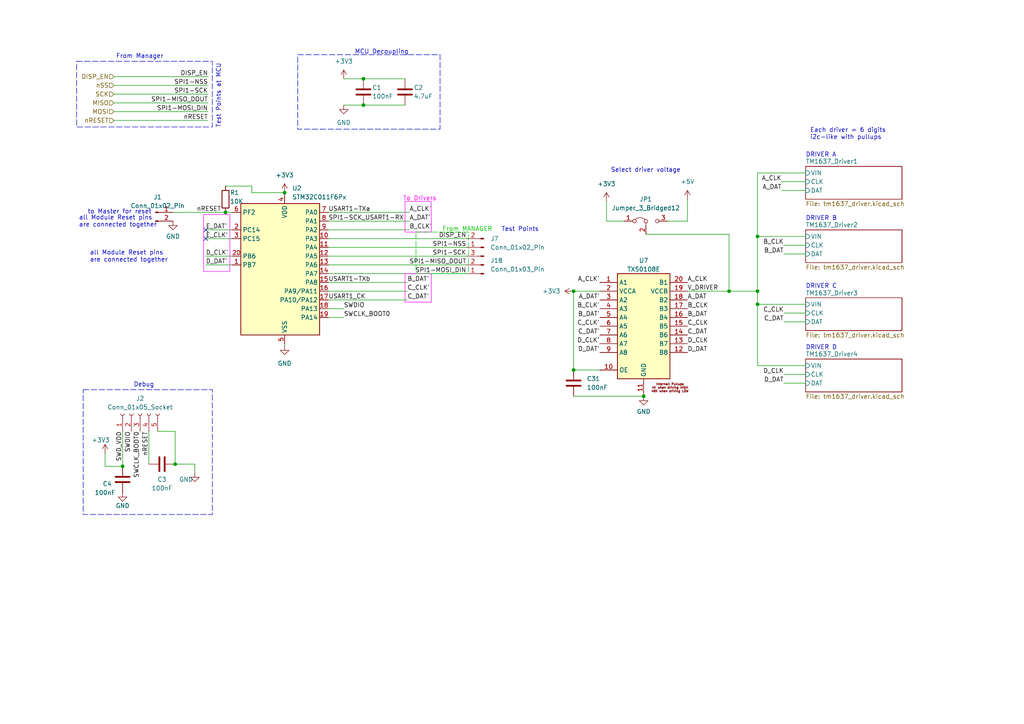
<source format=kicad_sch>
(kicad_sch (version 20230121) (generator eeschema)
  (paper "A4")
  (lib_symbols
    (symbol "Connector:Conn_01x02_Pin" (pin_names (offset 1.016) hide)
      (property "Reference" "J" (at 0 2.54 0))
      (property "Value" "Conn_01x02_Pin" (at 0 -5.08 0))
      (symbol "Conn_01x02_Pin_1_1"
        (polyline (pts (xy 1.27 -2.54) (xy 0.8636 -2.54)) (stroke (width 0.1524)))
        (polyline (pts (xy 1.27 0) (xy 0.8636 0)) (stroke (width 0.1524)))
        (rectangle (start 0.8636 -2.413) (end 0 -2.667) (stroke (width 0.1524)) (fill (type outline)))
        (rectangle (start 0.8636 0.127) (end 0 -0.127) (stroke (width 0.1524)) (fill (type outline)))
        (pin passive line (at 5.08 0 180) (length 3.81) (name "Pin_1") (number "1"))
        (pin passive line (at 5.08 -2.54 180) (length 3.81) (name "Pin_2") (number "2"))
      )
    )
    (symbol "Connector:Conn_01x03_Pin" (pin_names (offset 1.016) hide)
      (property "Reference" "J" (at 0 5.08 0))
      (property "Value" "Conn_01x03_Pin" (at 0 -5.08 0))
      (symbol "Conn_01x03_Pin_1_1"
        (polyline (pts (xy 1.27 -2.54) (xy 0.8636 -2.54)) (stroke (width 0.1524)))
        (polyline (pts (xy 1.27 0) (xy 0.8636 0)) (stroke (width 0.1524)))
        (polyline (pts (xy 1.27 2.54) (xy 0.8636 2.54)) (stroke (width 0.1524)))
        (rectangle (start 0.8636 -2.413) (end 0 -2.667) (stroke (width 0.1524)) (fill (type outline)))
        (rectangle (start 0.8636 0.127) (end 0 -0.127) (stroke (width 0.1524)) (fill (type outline)))
        (rectangle (start 0.8636 2.667) (end 0 2.413) (stroke (width 0.1524)) (fill (type outline)))
        (pin passive line (at 5.08 2.54 180) (length 3.81) (name "Pin_1") (number "1"))
        (pin passive line (at 5.08 0 180) (length 3.81) (name "Pin_2") (number "2"))
        (pin passive line (at 5.08 -2.54 180) (length 3.81) (name "Pin_3") (number "3"))
      )
    )
    (symbol "Connector:Conn_01x05_Socket" (pin_names (offset 1.016) hide)
      (property "Reference" "J" (at 0 7.62 0))
      (property "Value" "Conn_01x05_Socket" (at 0 -7.62 0))
      (symbol "Conn_01x05_Socket_1_1"
        (arc (start 0 -4.572) (mid -0.5058 -5.08) (end 0 -5.588) (stroke (width 0.1524)))
        (arc (start 0 -2.032) (mid -0.5058 -2.54) (end 0 -3.048) (stroke (width 0.1524)))
        (polyline (pts (xy -1.27 -5.08) (xy -0.508 -5.08)) (stroke (width 0.1524)))
        (polyline (pts (xy -1.27 -2.54) (xy -0.508 -2.54)) (stroke (width 0.1524)))
        (polyline (pts (xy -1.27 0) (xy -0.508 0)) (stroke (width 0.1524)))
        (polyline (pts (xy -1.27 2.54) (xy -0.508 2.54)) (stroke (width 0.1524)))
        (polyline (pts (xy -1.27 5.08) (xy -0.508 5.08)) (stroke (width 0.1524)))
        (arc (start 0 0.508) (mid -0.5058 0) (end 0 -0.508) (stroke (width 0.1524)))
        (arc (start 0 3.048) (mid -0.5058 2.54) (end 0 2.032) (stroke (width 0.1524)))
        (arc (start 0 5.588) (mid -0.5058 5.08) (end 0 4.572) (stroke (width 0.1524)))
        (pin passive line (at -5.08 5.08 0) (length 3.81) (name "Pin_1") (number "1"))
        (pin passive line (at -5.08 2.54 0) (length 3.81) (name "Pin_2") (number "2"))
        (pin passive line (at -5.08 0 0) (length 3.81) (name "Pin_3") (number "3"))
        (pin passive line (at -5.08 -2.54 0) (length 3.81) (name "Pin_4") (number "4"))
        (pin passive line (at -5.08 -5.08 0) (length 3.81) (name "Pin_5") (number "5"))
      )
    )
    (symbol "Device:C" (pin_numbers hide) (pin_names (offset 0.254))
      (property "Reference" "C" (at 0.635 2.54 0))
      (property "Value" "C" (at 0.635 -2.54 0))
      (symbol "C_0_1"
        (polyline (pts (xy -2.032 -0.762) (xy 2.032 -0.762)) (stroke (width 0.508)))
        (polyline (pts (xy -2.032 0.762) (xy 2.032 0.762)) (stroke (width 0.508)))
      )
      (symbol "C_1_1"
        (pin passive line (at 0 3.81 270) (length 2.794) (name "~") (number "1"))
        (pin passive line (at 0 -3.81 90) (length 2.794) (name "~") (number "2"))
      )
    )
    (symbol "Device:R" (pin_numbers hide) (pin_names (offset 0))
      (property "Reference" "R" (at 2.032 0 90))
      (property "Value" "R" (at 0 0 90))
      (symbol "R_0_1"
        (rectangle (start -1.016 -2.54) (end 1.016 2.54) (stroke (width 0.254)))
      )
      (symbol "R_1_1"
        (pin passive line (at 0 3.81 270) (length 1.27) (name "~") (number "1"))
        (pin passive line (at 0 -3.81 90) (length 1.27) (name "~") (number "2"))
      )
    )
    (symbol "GND_2" (power) (pin_names (offset 0))
      (property "Value" "GND_2" (at 0 -3.81 0))
      (symbol "GND_2_0_1"
        (polyline (pts (xy 0 0) (xy 0 -1.27) (xy 1.27 -1.27) (xy 0 -2.54) (xy -1.27 -1.27) (xy 0 -1.27)))
      )
      (symbol "GND_2_1_1"
        (pin power_in line (at 0 0 270) (length 0) hide (name "GND") (number "1"))
      )
    )
    (symbol "Jumper:Jumper_3_Bridged12" (pin_names (offset 0) hide)
      (property "Reference" "JP" (at -2.54 -2.54 0))
      (property "Value" "Jumper_3_Bridged12" (at 0 2.794 0))
      (symbol "Jumper_3_Bridged12_0_0"
        (circle (center -3.302 0) (radius 0.508))
        (circle (center 0 0) (radius 0.508))
        (circle (center 3.302 0) (radius 0.508))
      )
      (symbol "Jumper_3_Bridged12_0_1"
        (arc (start -0.254 0.508) (mid -1.651 0.9912) (end -3.048 0.508))
        (polyline (pts (xy 0 -1.27) (xy 0 -0.508)))
      )
      (symbol "Jumper_3_Bridged12_1_1"
        (pin passive line (at -6.35 0 0) (length 2.54) (name "A") (number "1"))
        (pin passive line (at 0 -3.81 90) (length 2.54) (name "C") (number "2"))
        (pin passive line (at 6.35 0 180) (length 2.54) (name "B") (number "3"))
      )
    )
    (symbol "MCU_ST_STM32C0:STM32C011F6Px"
      (property "Reference" "U" (at -10.16 21.59 0))
      (property "Value" "STM32C011F6Px" (at 5.08 21.59 0))
      (symbol "STM32C011F6Px_0_1"
        (rectangle (start -10.16 -17.78) (end 12.7 20.32) (stroke (width 0.254)) (fill (type background)))
      )
      (symbol "STM32C011F6Px_1_1"
        (pin bidirectional line (at -12.7 2.54 0) (length 2.54) (name "PB7") (number "1"))
        (pin bidirectional line (at 15.24 10.16 180) (length 2.54) (name "PA3") (number "10"))
        (pin bidirectional line (at 15.24 7.62 180) (length 2.54) (name "PA4") (number "11"))
        (pin bidirectional line (at 15.24 5.08 180) (length 2.54) (name "PA5") (number "12"))
        (pin bidirectional line (at 15.24 2.54 180) (length 2.54) (name "PA6") (number "13"))
        (pin bidirectional line (at 15.24 0 180) (length 2.54) (name "PA7") (number "14"))
        (pin bidirectional line (at 15.24 -2.54 180) (length 2.54) (name "PA8") (number "15"))
        (pin bidirectional line (at 15.24 -5.08 180) (length 2.54) (name "PA9/PA11") (number "16"))
        (pin bidirectional line (at 15.24 -7.62 180) (length 2.54) (name "PA10/PA12") (number "17"))
        (pin bidirectional line (at 15.24 -10.16 180) (length 2.54) (name "PA13") (number "18"))
        (pin bidirectional line (at 15.24 -12.7 180) (length 2.54) (name "PA14") (number "19"))
        (pin bidirectional line (at -12.7 12.7 0) (length 2.54) (name "PC14") (number "2"))
        (pin bidirectional line (at -12.7 5.08 0) (length 2.54) (name "PB6") (number "20"))
        (pin bidirectional line (at -12.7 10.16 0) (length 2.54) (name "PC15") (number "3"))
        (pin power_in line (at 2.54 22.86 270) (length 2.54) (name "VDD") (number "4"))
        (pin power_in line (at 2.54 -20.32 90) (length 2.54) (name "VSS") (number "5"))
        (pin bidirectional line (at -12.7 17.78 0) (length 2.54) (name "PF2") (number "6"))
        (pin bidirectional line (at 15.24 17.78 180) (length 2.54) (name "PA0") (number "7"))
        (pin bidirectional line (at 15.24 15.24 180) (length 2.54) (name "PA1") (number "8"))
        (pin bidirectional line (at 15.24 12.7 180) (length 2.54) (name "PA2") (number "9"))
      )
    )
    (symbol "User_Segments2TheAbsurd:TI_TXS0108E_Level_Shifter"
      (property "Reference" "U" (at 6.35 2.54 0))
      (property "Value" "TXS0108E" (at 6.35 0 0))
      (symbol "TI_TXS0108E_Level_Shifter_1_0"
        (pin tri_state line (at -6.35 -3.81 0) (length 5.08) (name "A1") (number "1"))
        (pin input line (at -6.35 -29.21 0) (length 5.08) (name "OE") (number "10"))
        (pin power_in line (at 6.35 -36.83 90) (length 5.08) (name "GND") (number "11"))
        (pin tri_state line (at 19.05 -24.13 180) (length 5.08) (name "B8") (number "12"))
        (pin tri_state line (at 19.05 -21.59 180) (length 5.08) (name "B7") (number "13"))
        (pin tri_state line (at 19.05 -19.05 180) (length 5.08) (name "B6") (number "14"))
        (pin tri_state line (at 19.05 -16.51 180) (length 5.08) (name "B5") (number "15"))
        (pin tri_state line (at 19.05 -13.97 180) (length 5.08) (name "B4") (number "16"))
        (pin tri_state line (at 19.05 -11.43 180) (length 5.08) (name "B3") (number "17"))
        (pin tri_state line (at 19.05 -8.89 180) (length 5.08) (name "B2") (number "18"))
        (pin power_out line (at 19.05 -6.35 180) (length 5.08) (name "VCCB") (number "19"))
        (pin power_in line (at -6.35 -6.35 0) (length 5.08) (name "VCCA") (number "2"))
        (pin tri_state line (at 19.05 -3.81 180) (length 5.08) (name "B1") (number "20"))
        (pin tri_state line (at -6.35 -8.89 0) (length 5.08) (name "A2") (number "3"))
        (pin tri_state line (at -6.35 -11.43 0) (length 5.08) (name "A3") (number "4"))
        (pin tri_state line (at -6.35 -13.97 0) (length 5.08) (name "A4") (number "5"))
        (pin tri_state line (at -6.35 -16.51 0) (length 5.08) (name "A5") (number "6"))
        (pin tri_state line (at -6.35 -19.05 0) (length 5.08) (name "A6") (number "7"))
        (pin tri_state line (at -6.35 -21.59 0) (length 5.08) (name "A7") (number "8"))
        (pin tri_state line (at -6.35 -24.13 0) (length 5.08) (name "A8") (number "9"))
      )
      (symbol "TI_TXS0108E_Level_Shifter_1_1"
        (rectangle (start -1.27 -1.27) (end 13.97 -31.75) (stroke (width 0.254)) (fill (type background)))
        (text "Internall Pullups\n4K when driving HIGH\n40K when driving LOW" (at 13.97 -34.29 0) (effects (font (size 0.635 0.635))))
      )
    )
    (symbol "power:+3V3" (power) (pin_names (offset 0))
      (property "Value" "+3V3" (at 0 3.556 0))
      (symbol "+3V3_0_1"
        (polyline (pts (xy -0.762 1.27) (xy 0 2.54)))
        (polyline (pts (xy 0 0) (xy 0 2.54)))
        (polyline (pts (xy 0 2.54) (xy 0.762 1.27)))
      )
      (symbol "+3V3_1_1"
        (pin power_in line (at 0 0 90) (length 0) hide (name "+3V3") (number "1"))
      )
    )
    (symbol "power:+5V" (power) (pin_names (offset 0))
      (property "Value" "+5V" (at 0 3.556 0))
      (symbol "+5V_0_1"
        (polyline (pts (xy -0.762 1.27) (xy 0 2.54)))
        (polyline (pts (xy 0 0) (xy 0 2.54)))
        (polyline (pts (xy 0 2.54) (xy 0.762 1.27)))
      )
      (symbol "+5V_1_1"
        (pin power_in line (at 0 0 90) (length 0) hide (name "+5V") (number "1"))
      )
    )
    (symbol "power:GND" (power) (pin_names (offset 0))
      (property "Value" "GND" (at 0 -3.81 0))
      (symbol "GND_0_1"
        (polyline (pts (xy 0 0) (xy 0 -1.27) (xy 1.27 -1.27) (xy 0 -2.54) (xy -1.27 -1.27) (xy 0 -1.27)))
      )
      (symbol "GND_1_1"
        (pin power_in line (at 0 0 270) (length 0) hide (name "GND") (number "1"))
      )
    )
  )
  (junction (at 105.41 30.48))
  (junction (at 35.56 135.255))
  (junction (at 219.71 84.455))
  (junction (at 105.41 22.86))
  (junction (at 82.55 55.88))
  (junction (at 219.71 88.265))
  (junction (at 186.69 114.935))
  (junction (at 211.455 84.455))
  (junction (at 166.37 107.315))
  (junction (at 219.71 68.58))
  (junction (at 166.37 84.455))
  (junction (at 50.8 134.62))
  (junction (at 65.405 61.595))
  (no_connect (at 59.69 69.215))
  (no_connect (at 59.69 66.675))
  (wire (pts (xy 82.55 55.88) (xy 82.55 56.515)))
  (wire (pts (xy 95.25 84.455) (xy 118.11 84.455)))
  (wire (pts (xy 211.455 84.455) (xy 219.71 84.455)))
  (wire (pts (xy 99.695 22.86) (xy 105.41 22.86)))
  (wire (pts (xy 33.02 22.225) (xy 60.325 22.225)))
  (wire (pts (xy 50.165 61.595) (xy 65.405 61.595)))
  (wire (pts (xy 82.55 100.33) (xy 82.55 99.695)))
  (wire (pts (xy 199.39 64.135) (xy 193.675 64.135)))
  (wire (pts (xy 219.71 84.455) (xy 219.71 68.58)))
  (wire (pts (xy 99.695 30.48) (xy 105.41 30.48)))
  (wire (pts (xy 199.39 84.455) (xy 211.455 84.455)))
  (wire (pts (xy 95.25 81.915) (xy 118.11 81.915)))
  (wire (pts (xy 219.71 50.165) (xy 233.68 50.165)))
  (wire (pts (xy 219.71 68.58) (xy 233.68 68.58)))
  (wire (pts (xy 95.25 74.295) (xy 135.255 74.295)))
  (wire (pts (xy 33.02 32.385) (xy 60.325 32.385)))
  (wire (pts (xy 226.695 52.705) (xy 233.68 52.705)))
  (wire (pts (xy 73.025 53.975) (xy 73.025 55.88)))
  (wire (pts (xy 166.37 114.935) (xy 186.69 114.935)))
  (wire (pts (xy 33.02 27.305) (xy 60.325 27.305)))
  (wire (pts (xy 219.71 68.58) (xy 219.71 50.165)))
  (wire (pts (xy 175.895 64.135) (xy 175.895 58.42)))
  (wire (pts (xy 95.25 69.215) (xy 135.255 69.215)))
  (wire (pts (xy 227.33 71.12) (xy 233.68 71.12)))
  (wire (pts (xy 95.25 66.675) (xy 118.745 66.675)))
  (wire (pts (xy 59.69 69.215) (xy 67.31 69.215)))
  (wire (pts (xy 105.41 30.48) (xy 117.475 30.48)))
  (wire (pts (xy 227.33 73.66) (xy 233.68 73.66)))
  (wire (pts (xy 227.33 90.805) (xy 233.68 90.805)))
  (wire (pts (xy 95.25 64.135) (xy 118.745 64.135)))
  (wire (pts (xy 50.8 125.095) (xy 50.8 134.62)))
  (wire (pts (xy 173.99 107.315) (xy 166.37 107.315)))
  (wire (pts (xy 50.8 134.62) (xy 56.515 134.62)))
  (wire (pts (xy 99.695 89.535) (xy 95.25 89.535)))
  (wire (pts (xy 173.99 84.455) (xy 166.37 84.455)))
  (wire (pts (xy 211.455 67.945) (xy 211.455 84.455)))
  (wire (pts (xy 59.69 76.835) (xy 67.31 76.835)))
  (wire (pts (xy 219.71 106.045) (xy 219.71 88.265)))
  (wire (pts (xy 99.695 92.075) (xy 95.25 92.075)))
  (wire (pts (xy 219.71 88.265) (xy 233.68 88.265)))
  (wire (pts (xy 33.02 34.925) (xy 60.325 34.925)))
  (wire (pts (xy 30.48 135.255) (xy 30.48 131.445)))
  (wire (pts (xy 187.325 67.945) (xy 211.455 67.945)))
  (wire (pts (xy 35.56 125.095) (xy 35.56 135.255)))
  (wire (pts (xy 73.025 55.88) (xy 82.55 55.88)))
  (wire (pts (xy 59.69 74.295) (xy 67.31 74.295)))
  (wire (pts (xy 95.25 61.595) (xy 118.745 61.595)))
  (wire (pts (xy 45.72 125.095) (xy 50.8 125.095)))
  (wire (pts (xy 227.33 108.585) (xy 233.68 108.585)))
  (wire (pts (xy 43.18 134.62) (xy 43.18 125.095)))
  (wire (pts (xy 180.975 64.135) (xy 175.895 64.135)))
  (wire (pts (xy 33.02 29.845) (xy 60.325 29.845)))
  (wire (pts (xy 59.69 66.675) (xy 67.31 66.675)))
  (wire (pts (xy 56.515 134.62) (xy 56.515 137.16)))
  (wire (pts (xy 65.405 53.975) (xy 73.025 53.975)))
  (wire (pts (xy 95.25 71.755) (xy 135.255 71.755)))
  (wire (pts (xy 30.48 135.255) (xy 35.56 135.255)))
  (wire (pts (xy 95.25 79.375) (xy 135.255 79.375)))
  (wire (pts (xy 219.71 106.045) (xy 233.68 106.045)))
  (wire (pts (xy 219.71 88.265) (xy 219.71 84.455)))
  (wire (pts (xy 33.02 24.765) (xy 60.325 24.765)))
  (wire (pts (xy 65.405 61.595) (xy 67.31 61.595)))
  (wire (pts (xy 166.37 107.315) (xy 166.37 84.455)))
  (wire (pts (xy 199.39 57.785) (xy 199.39 64.135)))
  (wire (pts (xy 227.33 111.125) (xy 233.68 111.125)))
  (wire (pts (xy 226.695 55.245) (xy 233.68 55.245)))
  (wire (pts (xy 227.33 93.345) (xy 233.68 93.345)))
  (wire (pts (xy 95.25 86.995) (xy 118.11 86.995)))
  (wire (pts (xy 95.25 76.835) (xy 135.255 76.835)))
  (wire (pts (xy 105.41 22.86) (xy 117.475 22.86)))
  (rectangle (start 22.225 17.78) (end 61.595 36.83) (stroke (width 0) (type dash)))
  (rectangle (start 59.055 62.23) (end 66.675 78.74) (stroke (width 0) (color 255 0 255 1)))
  (rectangle (start 117.475 58.42) (end 125.095 67.31) (stroke (width 0) (color 255 0 255 1)))
  (rectangle (start 120.65 67.31) (end 135.89 79.375) (stroke (width 0) (type dash) (color 0 194 0 1)))
  (rectangle (start 86.36 15.875) (end 127.635 37.465) (stroke (width 0) (type dash)))
  (rectangle (start 117.475 79.375) (end 125.095 87.63) (stroke (width 0) (color 255 0 255 1)))
  (rectangle (start 24.13 113.03) (end 61.595 149.225) (stroke (width 0) (type dash)))
  (text "Test Points at MCU" (at 64.135 18.415 90) (effects (font (size 1.27 1.27)) (justify right bottom)))
  (text "MCU Decoupling" (at 102.87 15.875 0) (effects (font (size 1.27 1.27)) (justify left bottom)))
  (text "To Drivers" (at 116.84 58.42 0) (effects (font (size 1.27 1.27)) (justify left bottom)))
  (text "DRIVER C" (at 233.68 83.82 0) (effects (font (size 1.27 1.27)) (justify left bottom)))
  (text "all Module Reset pins \nare connected together" (at 22.86 66.04 0) (effects (font (size 1.27 1.27)) (justify left bottom)))
  (text "Debug" (at 38.735 112.395 0) (effects (font (size 1.27 1.27)) (justify left bottom)))
  (text "all Module Reset pins \nare connected together" (at 26.035 76.2 0) (effects (font (size 1.27 1.27)) (justify left bottom)))
  (text "From Manager" (at 33.655 17.145 0) (effects (font (size 1.27 1.27)) (justify left bottom)))
  (text "DRIVER B" (at 233.68 64.135 0) (effects (font (size 1.27 1.27)) (justify left bottom)))
  (text "Each driver = 6 digits\ni2c-like with pullups" (at 234.95 40.64 0) (effects (font (size 1.27 1.27)) (justify left bottom)))
  (text "Select driver voltage" (at 177.165 50.165 0) (effects (font (size 1.27 1.27)) (justify left bottom)))
  (text "to Master for reset" (at 25.4 62.23 0) (effects (font (size 1.27 1.27)) (justify left bottom)))
  (text "From MANAGER" (at 128.27 67.31 0) (effects (font (size 1.27 1.27)) (justify left bottom)))
  (text "Test Points" (at 145.415 67.31 0) (effects (font (size 1.27 1.27)) (justify left bottom)))
  (text "DRIVER D" (at 233.68 101.6 0) (effects (font (size 1.27 1.27)) (justify left bottom)))
  (text "DRIVER A" (at 233.68 45.72 0) (effects (font (size 1.27 1.27)) (justify left bottom)))
  (label "nRESET" (at 64.135 61.595 180))
  (label "A_DAT" (at 199.39 86.995 0))
  (label "C_CLK" (at 199.39 94.615 0))
  (label "A_DAT" (at 226.695 55.245 180))
  (label "E_DAT'" (at 59.69 66.675 0))
  (label "SWCLK_BOOT0" (at 99.695 92.075 0))
  (label "C_DAT" (at 199.39 97.155 0))
  (label "SPI1-NSS" (at 60.325 24.765 180))
  (label "SPI1-MOSI_DIN" (at 60.325 32.385 180))
  (label "SPI1-NSS" (at 135.255 71.755 180))
  (label "D_DAT" (at 227.33 111.125 180))
  (label "USART1_CK" (at 95.25 86.995 0))
  (label "SPI1-MOSI_DIN" (at 135.255 79.375 180))
  (label "A_CLK'" (at 173.99 81.915 180))
  (label "B_DAT" (at 227.33 73.66 180))
  (label "DISP_EN" (at 135.255 69.215 180))
  (label "SWCLK_BOOT0" (at 40.64 125.095 270))
  (label "SWD_VDD" (at 35.56 125.095 270))
  (label "B_CLK'" (at 173.99 89.535 180))
  (label "nRESET" (at 60.325 34.925 180))
  (label "B_DAT'" (at 173.99 92.075 180))
  (label "SPI1-MISO_DOUT" (at 135.255 76.835 180))
  (label "D_CLK'" (at 173.99 99.695 180))
  (label "USART1-TXa" (at 95.25 61.595 0))
  (label "SPI1-SCK" (at 135.255 74.295 180))
  (label "C_DAT'" (at 118.11 86.995 0))
  (label "SPI1-SCK_USART1-RX" (at 95.25 64.135 0))
  (label "D_DAT'" (at 59.69 76.835 0))
  (label "A_CLK'" (at 118.745 61.595 0))
  (label "A_DAT'" (at 173.99 86.995 180))
  (label "D_CLK" (at 199.39 99.695 0))
  (label "SPI1-MISO_DOUT" (at 60.325 29.845 180))
  (label "B_CLK" (at 199.39 89.535 0))
  (label "SWDIO" (at 38.1 125.095 270))
  (label "A_CLK" (at 226.695 52.705 180))
  (label "B_DAT" (at 199.39 92.075 0))
  (label "SWDIO" (at 99.695 89.535 0))
  (label "nRESET" (at 43.18 125.095 270))
  (label "DISP_EN" (at 60.325 22.225 180))
  (label "B_DAT'" (at 118.11 81.915 0))
  (label "USART1-TXb" (at 95.25 81.915 0))
  (label "D_DAT" (at 199.39 102.235 0))
  (label "C_CLK'" (at 173.99 94.615 180))
  (label "C_CLK" (at 227.33 90.805 180))
  (label "A_CLK" (at 199.39 81.915 0))
  (label "B_CLK'" (at 118.745 66.675 0))
  (label "D_DAT'" (at 173.99 102.235 180))
  (label "V_DRIVER" (at 199.39 84.455 0))
  (label "D_CLK'" (at 59.69 74.295 0))
  (label "A_DAT'" (at 118.745 64.135 0))
  (label "C_DAT" (at 227.33 93.345 180))
  (label "E_CLK'" (at 59.69 69.215 0))
  (label "D_CLK" (at 227.33 108.585 180))
  (label "C_CLK'" (at 118.11 84.455 0))
  (label "C_DAT'" (at 173.99 97.155 180))
  (label "SPI1-SCK" (at 60.325 27.305 180))
  (label "B_CLK" (at 227.33 71.12 180))
  (hierarchical_label "SCK" (shape input) (at 33.02 27.305 180))
  (hierarchical_label "nRESET" (shape input) (at 33.02 34.925 180))
  (hierarchical_label "MISO" (shape input) (at 33.02 29.845 180))
  (hierarchical_label "MOSI" (shape input) (at 33.02 32.385 180))
  (hierarchical_label "nSS" (shape input) (at 33.02 24.765 180))
  (hierarchical_label "DISP_EN" (shape input) (at 33.02 22.225 180))
  (symbol (lib_id "Connector:Conn_01x05_Socket") (at 40.64 120.015 90) (unit 1)
    (property "Reference" "J2" (at 40.64 115.57 90))
    (property "Value" "Conn_01x05_Socket" (at 40.64 118.11 90))
    (property "Footprint" "Connector_PinHeader_2.54mm:PinHeader_1x05_P2.54mm_Vertical" (effects hide))
    (property "DNP" "DNP" (effects hide))
    (instances (project "segments-2-the-absurd" (path "" (reference "J2") (unit 1)) (path "" (reference "J4") (unit 1)) (path "" (reference "J6") (unit 1))))
  )
  (symbol (lib_id "power:GND") (at 50.165 64.135 0) (unit 1)
    (property "Reference" "#PWR04" (effects hide))
    (property "Value" "GND" (at 50.165 68.58 0))
    (instances (project "segments-2-the-absurd" (path "" (reference "#PWR04") (unit 1)) (path "" (reference "#PWR030") (unit 1)) (path "" (reference "#PWR042") (unit 1))))
  )
  (symbol (lib_id "Device:C") (at 105.41 26.67 0) (unit 1)
    (property "Reference" "C1" (at 107.95 25.4 0) (effects (justify left)))
    (property "Value" "100nF" (at 107.95 27.94 0) (effects (justify left)))
    (property "Footprint" "Capacitor_SMD:C_0603_1608Metric" (effects hide))
    (property "DOUBLE_CHECK" "x" (effects hide))
    (property "Basic/Extended" "Basic" (effects hide))
    (property "JLPCB_MPN" "CC0603KRX7R9BB104" (effects hide))
    (property "JLPCB_Mfg" "YAGEO" (effects hide))
    (property "JLPCB_Part_No" "C14663" (effects hide))
    (property "JLPCB_Price" "0.0021" (effects hide))
    (property "LCSC Part #" "C14663" (effects hide))
    (property "JLPCB_URL" "https://jlcpcb.com/partdetail/Yageo-CC0603KRX7R9BB104/C14663" (effects hide))
    (instances (project "segments-2-the-absurd" (path "" (reference "C1") (unit 1)) (path "" (reference "C24") (unit 1)) (path "" (reference "C29") (unit 1))))
  )
  (symbol (lib_id "power:GND") (at 82.55 100.33 0) (unit 1)
    (property "Reference" "#PWR05" (effects hide))
    (property "Value" "GND" (at 82.55 105.41 0))
    (instances (project "segments-2-the-absurd" (path "" (reference "#PWR05") (unit 1)) (path "" (reference "#PWR032") (unit 1)) (path "" (reference "#PWR044") (unit 1))))
  )
  (symbol (lib_id "power:+5V") (at 199.39 57.785 0) (unit 1)
    (property "Reference" "#PWR040" (effects hide))
    (property "Value" "+5V" (at 199.39 52.705 0))
    (instances (project "segments-2-the-absurd" (path "" (reference "#PWR040") (unit 1)) (path "" (reference "#PWR028") (unit 1))))
  )
  (symbol (lib_id "power:+3V3") (at 82.55 55.88 0) (unit 1)
    (property "Reference" "#PWR02" (effects hide))
    (property "Value" "+3V3" (at 82.55 50.8 0))
    (instances (project "segments-2-the-absurd" (path "" (reference "#PWR02") (unit 1)) (path "" (reference "#PWR027") (unit 1)) (path "" (reference "#PWR039") (unit 1))))
  )
  (symbol (lib_id "Device:C") (at 35.56 139.065 180) (unit 1)
    (property "Reference" "C4" (at 31.115 140.335 0))
    (property "Value" "100nF" (at 30.48 142.875 0))
    (property "Footprint" "Capacitor_SMD:C_0603_1608Metric" (effects hide))
    (property "JLPCB_MPN" "CC0603KRX7R9BB104" (effects hide))
    (property "JLPCB_Mfg" "YAGEO" (effects hide))
    (property "JLPCB_Part_No" "C14663" (effects hide))
    (property "JLPCB_URL" "https://jlcpcb.com/partdetail/Yageo-CC0603KRX7R9BB104/C14663" (effects hide))
    (property "JLPCB_Price" "0.0021" (effects hide))
    (property "LCSC Part #" "C14663" (effects hide))
    (property "Basic/Extended" "Basic" (effects hide))
    (property "DOUBLE_CHECK" "x" (effects hide))
    (instances (project "38-04-usb-sleuth" (path "" (reference "C4") (unit 1))) (project "segments-2-the-absurd" (path "" (reference "C4") (unit 1)) (path "" (reference "C28") (unit 1)) (path "" (reference "C33") (unit 1))))
  )
  (symbol (lib_id "power:+3V3") (at 99.695 22.86 0) (unit 1)
    (property "Reference" "#PWR02" (effects hide))
    (property "Value" "+3V3" (at 99.695 17.78 0))
    (instances (project "segments-2-the-absurd" (path "" (reference "#PWR02") (unit 1)) (path "" (reference "#PWR025") (unit 1)) (path "" (reference "#PWR037") (unit 1))))
  )
  (symbol (lib_id "power:+3V3") (at 30.48 131.445 0) (unit 1)
    (property "Reference" "#PWR02" (effects hide))
    (property "Value" "+3V3" (at 29.21 127.635 0))
    (instances (project "segments-2-the-absurd" (path "" (reference "#PWR02") (unit 1)) (path "" (reference "#PWR034") (unit 1)) (path "" (reference "#PWR046") (unit 1))))
  )
  (symbol (lib_id "Connector:Conn_01x03_Pin") (at 140.335 76.835 180) (unit 1)
    (property "Reference" "J18" (at 142.24 75.565 0) (effects (justify right)))
    (property "Value" "Conn_01x03_Pin" (at 142.24 78.105 0) (effects (justify right)))
    (property "Footprint" "Connector_PinHeader_1.27mm:PinHeader_1x03_P1.27mm_Vertical" (effects hide))
    (property "DNP" "DNP" (effects hide))
    (instances (project "segments-2-the-absurd" (path "" (reference "J18") (unit 1)) (path "" (reference "J19") (unit 1))))
  )
  (symbol (lib_id "User_Segments2TheAbsurd:TI_TXS0108E_Level_Shifter") (at 180.34 78.105 0) (unit 1)
    (property "Reference" "U7" (at 186.69 75.565 0))
    (property "Value" "TXS0108E" (at 186.69 78.105 0))
    (property "Footprint" "Package_SO:TSSOP-20_4.4x6.5mm_P0.65mm" (effects hide))
    (property "Datasheet" "https://wmsc.lcsc.com/wmsc/upload/file/pdf/v2/lcsc/1809192314_Texas-Instruments-TXS0108EPWR_C17206.pdf" (effects hide))
    (property "DOUBLE_CHECK" "done, tsop-20 6.5x4.4 p0..65" (effects hide))
    (property "DOUBLE_CHECK_SYMB" "done" (effects hide))
    (property "JLPCB_MPN" "TXS0108EPWR" (effects hide))
    (property "JLPCB_Part_No" "C17206" (effects hide))
    (property "JLPCB_Price" ".3165" (effects hide))
    (property "JLPCB_URL" "https://jlcpcb.com/partdetail/TexasInstruments-TXS0108EPWR/C17206" (effects hide))
    (property "Basic/Extended" "Extended" (effects hide))
    (property "LCSC Part #" "C17206" (effects hide))
    (instances (project "segments-2-the-absurd" (path "" (reference "U7") (unit 1)) (path "" (reference "U9") (unit 1))))
  )
  (symbol (lib_id "Device:C") (at 166.37 111.125 0) (unit 1)
    (property "Reference" "C31" (at 170.18 109.855 0) (effects (justify left)))
    (property "Value" "100nF" (at 170.18 112.395 0) (effects (justify left)))
    (property "Footprint" "Capacitor_SMD:C_0603_1608Metric" (effects hide))
    (property "Basic/Extended" "Basic" (effects hide))
    (property "JLPCB_MPN" "CC0603KRX7R9BB104" (effects hide))
    (property "JLPCB_Mfg" "YAGEO" (effects hide))
    (property "JLPCB_Part_No" "C14663" (effects hide))
    (property "JLPCB_Price" "0.0021" (effects hide))
    (property "LCSC Part #" "C14663" (effects hide))
    (property "JLPCB_URL" "https://jlcpcb.com/partdetail/Yageo-CC0603KRX7R9BB104/C14663" (effects hide))
    (property "DOUBLE_CHECK" "x" (effects hide))
    (instances (project "segments-2-the-absurd" (path "" (reference "C31") (unit 1)) (path "" (reference "C26") (unit 1))))
  )
  (symbol (lib_id "MCU_ST_STM32C0:STM32C011F6Px") (at 80.01 79.375 0) (unit 1)
    (property "Reference" "U2" (at 84.7441 54.61 0) (effects (justify left)))
    (property "Value" "STM32C011F6Px" (at 84.7441 57.15 0) (effects (justify left)))
    (property "Footprint" "Package_SO:TSSOP-20_4.4x6.5mm_P0.65mm" (effects hide))
    (property "Datasheet" "https://www.st.com/resource/en/datasheet/stm32c011f6.pdf" (effects hide))
    (property "JLCPN" "C5456198" (effects hide))
    (property "JLCPrice" ".768" (effects hide))
    (property "JLCUrl" "https://jlcpcb.com/partdetail/Stmicroelectronics-STM32C011F6P6/C5456198" (effects hide))
    (property "MfgPN" "STM32C011F6P6" (effects hide))
    (property "DOUBLE_CHECK" "TODO" (effects hide))
    (property "JLPCB_MPN" "STM32C011F6P6" (effects hide))
    (property "JLPCB_Part_No" "C5456198" (effects hide))
    (property "JLPCB_Price" ".768" (effects hide))
    (property "JLPCB_URL" "https://jlcpcb.com/partdetail/Stmicroelectronics-STM32C011F6P6/C5456198" (effects hide))
    (property "Basic/Extended" "Extended" (effects hide))
    (property "LCSC Part #" "C5456198" (effects hide))
    (instances (project "segments-2-the-absurd" (path "" (reference "U2") (unit 1)) (path "" (reference "U8") (unit 1)) (path "" (reference "U10") (unit 1))))
  )
  (symbol (lib_id "power:GND") (at 186.69 114.935 0) (unit 1)
    (property "Reference" "#PWR033" (effects hide))
    (property "Value" "GND" (at 186.69 119.38 0))
    (instances (project "segments-2-the-absurd" (path "" (reference "#PWR033") (unit 1)) (path "" (reference "#PWR045") (unit 1))))
  )
  (symbol (lib_name "GND_2") (lib_id "power:GND") (at 35.56 142.875 0) (unit 1)
    (property "Reference" "#PWR09" (effects hide))
    (property "Value" "GND" (at 35.56 146.685 0))
    (instances (project "38-04-usb-sleuth" (path "" (reference "#PWR09") (unit 1))) (project "segments-2-the-absurd" (path "" (reference "#PWR08") (unit 1)) (path "" (reference "#PWR036") (unit 1)) (path "" (reference "#PWR048") (unit 1))))
  )
  (symbol (lib_id "Device:C") (at 46.99 134.62 90) (unit 1)
    (property "Reference" "C3" (at 46.99 139.065 90))
    (property "Value" "100nF" (at 46.99 141.605 90))
    (property "Footprint" "Capacitor_SMD:C_0603_1608Metric" (effects hide))
    (property "DOUBLE_CHECK" "x" (effects hide))
    (property "Basic/Extended" "Basic" (effects hide))
    (property "JLPCB_MPN" "CC0603KRX7R9BB104" (effects hide))
    (property "JLPCB_Mfg" "YAGEO" (effects hide))
    (property "JLPCB_Part_No" "C14663" (effects hide))
    (property "JLPCB_Price" "0.0021" (effects hide))
    (property "LCSC Part #" "C14663" (effects hide))
    (property "JLPCB_URL" "https://jlcpcb.com/partdetail/Yageo-CC0603KRX7R9BB104/C14663" (effects hide))
    (instances (project "segments-2-the-absurd" (path "" (reference "C3") (unit 1)) (path "" (reference "C27") (unit 1)) (path "" (reference "C32") (unit 1))))
  )
  (symbol (lib_id "power:+3V3") (at 175.895 58.42 0) (unit 1)
    (property "Reference" "#PWR02" (effects hide))
    (property "Value" "+3V3" (at 175.895 53.34 0))
    (instances (project "segments-2-the-absurd" (path "" (reference "#PWR02") (unit 1)) (path "" (reference "#PWR029") (unit 1)) (path "" (reference "#PWR041") (unit 1))))
  )
  (symbol (lib_id "Connector:Conn_01x02_Pin") (at 45.085 61.595 0) (unit 1) (in_bom no) (on_board no)
    (property "Reference" "J1" (at 45.72 57.15 0))
    (property "Value" "Conn_01x02_Pin" (at 45.72 59.69 0))
    (property "Footprint" "Connector_PinHeader_2.54mm:PinHeader_1x02_P2.54mm_Vertical" (effects hide))
    (property "JLPCB_MPN" " PZ254V-11-02P" (effects hide))
    (property "JLPCB_Mfg" "XFCN" (effects hide))
    (property "JLPCB_Part_No" "C492401" (effects hide))
    (property "JLPCB_URL" "https://jlcpcb.com/partdetail/Xfcn-PZ254V_1102P/C492401" (effects hide))
    (property "Basic/Extended" "Extended" (effects hide))
    (property "LCSC Part #" "C492401" (effects hide))
    (instances (project "segments-2-the-absurd" (path "" (reference "J1") (unit 1)) (path "" (reference "J3") (unit 1)) (path "" (reference "J5") (unit 1))))
  )
  (symbol (lib_id "Connector:Conn_01x02_Pin") (at 140.335 71.755 180) (unit 1)
    (property "Reference" "J7" (at 142.24 69.215 0) (effects (justify right)))
    (property "Value" "Conn_01x02_Pin" (at 142.24 71.755 0) (effects (justify right)))
    (property "Footprint" "Connector_PinHeader_1.27mm:PinHeader_1x02_P1.27mm_Vertical" (effects hide))
    (property "DNP" "DNP" (effects hide))
    (instances (project "segments-2-the-absurd" (path "" (reference "J7") (unit 1)) (path "" (reference "J8") (unit 1))))
  )
  (symbol (lib_id "Jumper:Jumper_3_Bridged12") (at 187.325 64.135 0) (unit 1)
    (property "Reference" "JP1" (at 187.325 57.785 0))
    (property "Value" "Jumper_3_Bridged12" (at 187.325 60.325 0))
    (property "Footprint" "Jumper:SolderJumper-3_P1.3mm_Bridged12_RoundedPad1.0x1.5mm" (effects hide))
    (instances (project "segments-2-the-absurd" (path "" (reference "JP1") (unit 1)) (path "" (reference "JP2") (unit 1))))
  )
  (symbol (lib_id "Device:C") (at 117.475 26.67 0) (unit 1)
    (property "Reference" "C2" (at 120.015 25.4 0) (effects (justify left)))
    (property "Value" "4.7uF" (at 120.015 27.94 0) (effects (justify left)))
    (property "Footprint" "Capacitor_SMD:C_0603_1608Metric" (effects hide))
    (property "DOUBLE_CHECK" "x" (effects hide))
    (property "Basic/Extended" "Basic" (effects hide))
    (property "JLPCB_MPN" "CL10A475KO8NNNC" (effects hide))
    (property "JLPCB_Mfg" "    Samsung Electro-Mechanics" (effects hide))
    (property "JLPCB_Part_No" "C19666" (effects hide))
    (property "JLPCB_Price" ".0090" (effects hide))
    (property "JLPCB_URL" "https://jlcpcb.com/partdetail/20375-CL10A475KO8NNNC/C19666" (effects hide))
    (property "LCSC Part #" "C19666" (effects hide))
    (instances (project "segments-2-the-absurd" (path "" (reference "C2") (unit 1)) (path "" (reference "C25") (unit 1)) (path "" (reference "C30") (unit 1))))
  )
  (symbol (lib_id "power:GND") (at 99.695 30.48 0) (unit 1)
    (property "Reference" "#PWR02" (effects hide))
    (property "Value" "GND" (at 99.695 35.56 0))
    (instances (project "segments-2-the-absurd" (path "" (reference "#PWR02") (unit 1)) (path "" (reference "#PWR026") (unit 1)) (path "" (reference "#PWR038") (unit 1))))
  )
  (symbol (lib_id "Device:R") (at 65.405 57.785 0) (unit 1)
    (property "Reference" "R1" (at 66.675 55.88 0) (effects (justify left)))
    (property "Value" "10K" (at 66.675 58.42 0) (effects (justify left)))
    (property "Footprint" "Resistor_SMD:R_0603_1608Metric" (effects hide))
    (property "JLPCB_MPN" "0603WAF1002T5E" (effects hide))
    (property "JLPCB_Mfg" "    UNI-ROYAL(Uniroyal Elec)" (effects hide))
    (property "JLPCB_Part_No" "C25804" (effects hide))
    (property "JLPCB_URL" "https://jlcpcb.com/partdetail/26547-0603WAF1002T5E/C25804" (effects hide))
    (property "Basic/Extended" "Basic" (effects hide))
    (property "LCSC Part #" "C25804" (effects hide))
    (instances (project "segments-2-the-absurd" (path "" (reference "R1") (unit 1)) (path "" (reference "R15") (unit 1)) (path "" (reference "R16") (unit 1))))
  )
  (symbol (lib_id "power:GND") (at 56.515 137.16 0) (unit 1)
    (property "Reference" "#PWR07" (effects hide))
    (property "Value" "GND" (at 53.975 139.065 0))
    (instances (project "segments-2-the-absurd" (path "" (reference "#PWR07") (unit 1)) (path "" (reference "#PWR035") (unit 1)) (path "" (reference "#PWR047") (unit 1))))
  )
  (symbol (lib_id "power:+3V3") (at 166.37 84.455 90) (unit 1)
    (property "Reference" "#PWR02" (effects hide))
    (property "Value" "+3V3" (at 162.56 84.455 90) (effects (justify left)))
    (instances (project "segments-2-the-absurd" (path "" (reference "#PWR02") (unit 1)) (path "" (reference "#PWR031") (unit 1)) (path "" (reference "#PWR043") (unit 1))))
  )
  (sheet (at 233.68 86.36) (size 27.94 9.525) (stroke (width 0.1524))
    (property "Sheetname" "TM1637_Driver3" (at 233.68 85.725 0) (effects (justify left bottom)))
    (property "Sheetfile" "tm1637_driver.kicad_sch" (at 233.68 96.4696 0) (effects (justify left top)))
    (pin "DAT" input (at 233.68 93.345 180))
    (pin "CLK" input (at 233.68 90.805 180))
    (pin "VIN" input (at 233.68 88.265 180))
  )
  (sheet (at 233.68 66.675) (size 27.94 9.525) (stroke (width 0.1524))
    (property "Sheetname" "TM1637_Driver2" (at 233.68 65.9634 0) (effects (justify left bottom)))
    (property "Sheetfile" "tm1637_driver.kicad_sch" (at 233.68 76.7846 0) (effects (justify left top)))
    (pin "DAT" input (at 233.68 73.66 180))
    (pin "CLK" input (at 233.68 71.12 180))
    (pin "VIN" input (at 233.68 68.58 180))
  )
  (sheet (at 233.68 104.14) (size 27.94 9.525) (stroke (width 0.1524))
    (property "Sheetname" "TM1637_Driver4" (at 233.68 103.4284 0) (effects (justify left bottom)))
    (property "Sheetfile" "tm1637_driver.kicad_sch" (at 233.68 114.2496 0) (effects (justify left top)))
    (pin "DAT" input (at 233.68 111.125 180))
    (pin "CLK" input (at 233.68 108.585 180))
    (pin "VIN" input (at 233.68 106.045 180))
  )
  (sheet (at 233.68 48.26) (size 27.94 9.525) (stroke (width 0.1524))
    (property "Sheetname" "TM1637_Driver1" (at 233.68 47.5484 0) (effects (justify left bottom)))
    (property "Sheetfile" "tm1637_driver.kicad_sch" (at 233.68 58.3696 0) (effects (justify left top)))
    (pin "DAT" input (at 233.68 55.245 180))
    (pin "CLK" input (at 233.68 52.705 180))
    (pin "VIN" input (at 233.68 50.165 180))
  )
)
</source>
